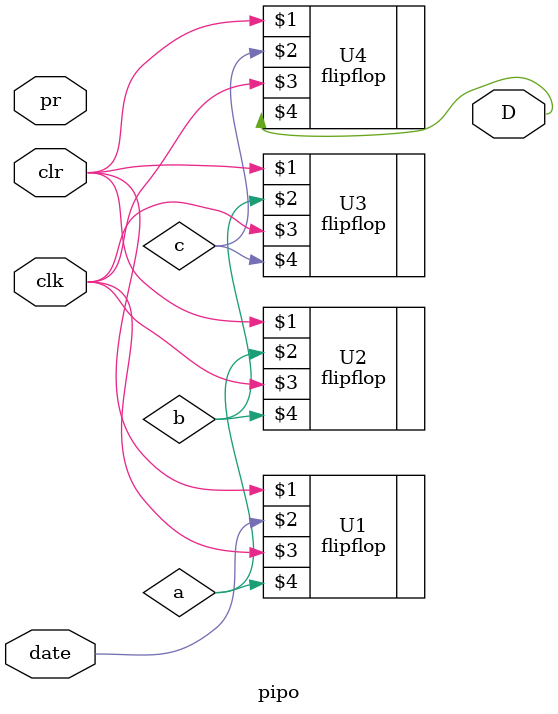
<source format=v>
module pipo
(
	date,
	clk,
	clr,
	pr,
	D
);
	input clr, pr, date, clk;
	output D;
	
	wire a,b,c;
	
	flipflop U1(clr, date,	clk,	a);
	flipflop U2(clr, a,	clk,	b);
	flipflop U3(clr, b,	clk,	c);
	flipflop U4(clr, c,	clk,	D);
	
endmodule

</source>
